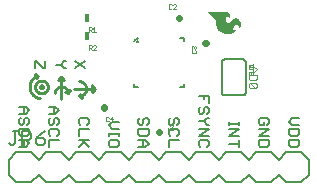
<source format=gbr>
G04 EAGLE Gerber RS-274X export*
G75*
%MOMM*%
%FSLAX34Y34*%
%LPD*%
%INSilkscreen Top*%
%IPPOS*%
%AMOC8*
5,1,8,0,0,1.08239X$1,22.5*%
G01*
%ADD10C,0.254000*%
%ADD11C,0.152400*%
%ADD12C,0.101600*%
%ADD13C,0.558800*%
%ADD14C,0.025400*%
%ADD15R,0.457200X0.762000*%
%ADD16C,0.127000*%
%ADD17C,0.203200*%

G36*
X186846Y125553D02*
X186846Y125553D01*
X186855Y125557D01*
X186867Y125555D01*
X187906Y125762D01*
X187914Y125767D01*
X187925Y125767D01*
X188922Y126125D01*
X188929Y126131D01*
X188940Y126132D01*
X189874Y126634D01*
X189881Y126643D01*
X189893Y126646D01*
X191030Y127553D01*
X191036Y127564D01*
X191049Y127571D01*
X191970Y128697D01*
X191982Y128740D01*
X191998Y128781D01*
X191996Y128786D01*
X191997Y128792D01*
X191976Y128830D01*
X191957Y128870D01*
X191951Y128873D01*
X191949Y128877D01*
X191920Y128885D01*
X191872Y128903D01*
X190992Y128903D01*
X190872Y128919D01*
X190769Y128963D01*
X190429Y129237D01*
X190181Y129598D01*
X190116Y129772D01*
X190058Y130311D01*
X190156Y130840D01*
X190405Y131328D01*
X191056Y132230D01*
X191410Y132642D01*
X191820Y132993D01*
X192278Y133276D01*
X192772Y133482D01*
X193072Y133541D01*
X193375Y133529D01*
X193894Y133372D01*
X194354Y133086D01*
X194724Y132691D01*
X194979Y132210D01*
X195118Y131720D01*
X195175Y131209D01*
X195175Y130606D01*
X195175Y130605D01*
X195184Y130584D01*
X195213Y130515D01*
X195305Y130480D01*
X195315Y130484D01*
X195390Y130518D01*
X195393Y130520D01*
X195394Y130521D01*
X195395Y130522D01*
X195415Y130543D01*
X195418Y130550D01*
X195426Y130554D01*
X195764Y130989D01*
X195768Y131004D01*
X195780Y131016D01*
X196001Y131520D01*
X196001Y131521D01*
X196153Y131877D01*
X196254Y132105D01*
X196255Y132116D01*
X196261Y132125D01*
X196481Y133003D01*
X196480Y133012D01*
X196484Y133022D01*
X196570Y133922D01*
X196566Y133932D01*
X196570Y133944D01*
X196504Y134812D01*
X196498Y134823D01*
X196499Y134836D01*
X196268Y135676D01*
X196260Y135686D01*
X196259Y135699D01*
X195871Y136479D01*
X195863Y136486D01*
X195860Y136497D01*
X195300Y137274D01*
X195293Y137278D01*
X195289Y137287D01*
X194631Y137983D01*
X194620Y137988D01*
X194612Y137999D01*
X194009Y138430D01*
X193994Y138433D01*
X193981Y138445D01*
X193289Y138712D01*
X193273Y138712D01*
X193258Y138720D01*
X192521Y138807D01*
X192506Y138802D01*
X192489Y138806D01*
X191754Y138707D01*
X191741Y138699D01*
X191724Y138699D01*
X191036Y138419D01*
X191027Y138410D01*
X191013Y138407D01*
X189255Y137220D01*
X189250Y137212D01*
X189239Y137208D01*
X187698Y135755D01*
X187263Y135385D01*
X186760Y135145D01*
X186212Y135043D01*
X185656Y135086D01*
X185131Y135272D01*
X184671Y135587D01*
X184306Y136012D01*
X184013Y136555D01*
X183815Y137141D01*
X183718Y137751D01*
X183753Y138462D01*
X183960Y139140D01*
X184325Y139746D01*
X184653Y140059D01*
X185057Y140265D01*
X185473Y140358D01*
X185901Y140358D01*
X186316Y140265D01*
X186454Y140193D01*
X186568Y140075D01*
X187167Y139251D01*
X187238Y139118D01*
X187266Y138980D01*
X187250Y138822D01*
X187264Y138779D01*
X187275Y138734D01*
X187279Y138732D01*
X187280Y138728D01*
X187321Y138708D01*
X187360Y138685D01*
X187364Y138686D01*
X187368Y138684D01*
X187411Y138699D01*
X187455Y138712D01*
X187457Y138715D01*
X187461Y138717D01*
X187480Y138754D01*
X187501Y138790D01*
X187577Y139273D01*
X187576Y139278D01*
X187578Y139283D01*
X187651Y140223D01*
X187648Y140232D01*
X187651Y140243D01*
X187578Y141183D01*
X187573Y141193D01*
X187574Y141205D01*
X187390Y141904D01*
X187382Y141914D01*
X187381Y141928D01*
X187060Y142576D01*
X187051Y142584D01*
X187047Y142598D01*
X186602Y143168D01*
X186591Y143174D01*
X186585Y143186D01*
X186035Y143656D01*
X186023Y143660D01*
X186014Y143671D01*
X185282Y144072D01*
X185269Y144073D01*
X185258Y144082D01*
X184459Y144322D01*
X184446Y144321D01*
X184433Y144327D01*
X183602Y144397D01*
X183596Y144395D01*
X183591Y144397D01*
X168427Y144397D01*
X168422Y144395D01*
X168418Y144397D01*
X168378Y144376D01*
X168336Y144359D01*
X168335Y144354D01*
X168330Y144352D01*
X168317Y144309D01*
X168301Y144267D01*
X168303Y144262D01*
X168301Y144258D01*
X168337Y144188D01*
X168342Y144178D01*
X168343Y144177D01*
X173825Y139305D01*
X174607Y138451D01*
X175196Y137461D01*
X175323Y137110D01*
X175388Y136742D01*
X175388Y134467D01*
X175390Y134462D01*
X175388Y134456D01*
X175512Y133092D01*
X175518Y133082D01*
X175516Y133070D01*
X175884Y131751D01*
X175892Y131743D01*
X175893Y131730D01*
X176493Y130500D01*
X176500Y130493D01*
X176503Y130482D01*
X177320Y129325D01*
X177328Y129320D01*
X177331Y129311D01*
X178303Y128280D01*
X178311Y128276D01*
X178316Y128268D01*
X179423Y127383D01*
X179433Y127381D01*
X179440Y127372D01*
X181121Y126425D01*
X181132Y126424D01*
X181142Y126416D01*
X182966Y125788D01*
X182977Y125789D01*
X182988Y125782D01*
X184895Y125494D01*
X184906Y125497D01*
X184918Y125493D01*
X186846Y125553D01*
G37*
D10*
X43942Y89408D02*
X43942Y70358D01*
X38862Y75438D02*
X38864Y75588D01*
X38870Y75737D01*
X38880Y75886D01*
X38893Y76035D01*
X38911Y76184D01*
X38932Y76332D01*
X38958Y76479D01*
X38987Y76626D01*
X39020Y76772D01*
X39057Y76917D01*
X39097Y77061D01*
X39142Y77204D01*
X39190Y77346D01*
X39242Y77486D01*
X39297Y77625D01*
X39356Y77762D01*
X39419Y77898D01*
X39485Y78033D01*
X39555Y78165D01*
X39628Y78296D01*
X39704Y78424D01*
X39784Y78551D01*
X39867Y78675D01*
X39953Y78797D01*
X40043Y78917D01*
X40136Y79035D01*
X40231Y79150D01*
X40330Y79262D01*
X40431Y79372D01*
X40536Y79479D01*
X40643Y79584D01*
X40753Y79685D01*
X40865Y79784D01*
X40980Y79879D01*
X41098Y79972D01*
X41218Y80062D01*
X41340Y80148D01*
X41464Y80231D01*
X41591Y80311D01*
X41720Y80387D01*
X41850Y80460D01*
X41982Y80530D01*
X42117Y80596D01*
X42253Y80659D01*
X42390Y80718D01*
X42529Y80773D01*
X42669Y80825D01*
X42811Y80873D01*
X42954Y80918D01*
X43098Y80958D01*
X43243Y80995D01*
X43389Y81028D01*
X43536Y81057D01*
X43683Y81083D01*
X43831Y81104D01*
X43980Y81122D01*
X44129Y81135D01*
X44278Y81145D01*
X44427Y81151D01*
X44577Y81153D01*
X44727Y81151D01*
X44876Y81145D01*
X45025Y81135D01*
X45174Y81122D01*
X45323Y81104D01*
X45471Y81083D01*
X45618Y81057D01*
X45765Y81028D01*
X45911Y80995D01*
X46056Y80958D01*
X46200Y80918D01*
X46343Y80873D01*
X46485Y80825D01*
X46625Y80773D01*
X46764Y80718D01*
X46901Y80659D01*
X47037Y80596D01*
X47172Y80530D01*
X47304Y80460D01*
X47435Y80387D01*
X47563Y80311D01*
X47690Y80231D01*
X47814Y80148D01*
X47936Y80062D01*
X48056Y79972D01*
X48174Y79879D01*
X48289Y79784D01*
X48401Y79685D01*
X48511Y79584D01*
X48618Y79479D01*
X48723Y79372D01*
X48824Y79262D01*
X48923Y79150D01*
X49018Y79035D01*
X49111Y78917D01*
X49201Y78797D01*
X49287Y78675D01*
X49370Y78551D01*
X49450Y78424D01*
X49526Y78296D01*
X49599Y78165D01*
X49669Y78033D01*
X49735Y77898D01*
X49798Y77762D01*
X49857Y77625D01*
X49912Y77486D01*
X49964Y77346D01*
X50012Y77204D01*
X50057Y77061D01*
X50097Y76917D01*
X50134Y76772D01*
X50167Y76626D01*
X50196Y76479D01*
X50222Y76332D01*
X50243Y76184D01*
X50261Y76035D01*
X50274Y75886D01*
X50284Y75737D01*
X50290Y75588D01*
X50292Y75438D01*
X51562Y77978D01*
X50292Y75438D02*
X47752Y76708D01*
X41402Y86868D02*
X43942Y89408D01*
X46482Y86868D01*
X55372Y79248D02*
X73152Y79248D01*
X59182Y72898D02*
X59340Y72900D01*
X59499Y72906D01*
X59657Y72916D01*
X59814Y72930D01*
X59972Y72947D01*
X60128Y72969D01*
X60285Y72994D01*
X60440Y73024D01*
X60595Y73057D01*
X60749Y73094D01*
X60902Y73135D01*
X61054Y73180D01*
X61204Y73229D01*
X61354Y73281D01*
X61502Y73337D01*
X61649Y73397D01*
X61794Y73460D01*
X61937Y73527D01*
X62079Y73597D01*
X62219Y73671D01*
X62357Y73749D01*
X62493Y73830D01*
X62627Y73914D01*
X62759Y74001D01*
X62889Y74092D01*
X63016Y74186D01*
X63141Y74283D01*
X63264Y74384D01*
X63384Y74487D01*
X63501Y74593D01*
X63616Y74702D01*
X63728Y74814D01*
X63837Y74929D01*
X63943Y75046D01*
X64046Y75166D01*
X64147Y75289D01*
X64244Y75414D01*
X64338Y75541D01*
X64429Y75671D01*
X64516Y75803D01*
X64600Y75937D01*
X64681Y76073D01*
X64759Y76211D01*
X64833Y76351D01*
X64903Y76493D01*
X64970Y76636D01*
X65033Y76781D01*
X65093Y76928D01*
X65149Y77076D01*
X65201Y77226D01*
X65250Y77376D01*
X65295Y77528D01*
X65336Y77681D01*
X65373Y77835D01*
X65406Y77990D01*
X65436Y78145D01*
X65461Y78302D01*
X65483Y78458D01*
X65500Y78616D01*
X65514Y78773D01*
X65524Y78931D01*
X65530Y79090D01*
X65532Y79248D01*
X65530Y79406D01*
X65524Y79565D01*
X65514Y79723D01*
X65500Y79880D01*
X65483Y80038D01*
X65461Y80194D01*
X65436Y80351D01*
X65406Y80506D01*
X65373Y80661D01*
X65336Y80815D01*
X65295Y80968D01*
X65250Y81120D01*
X65201Y81270D01*
X65149Y81420D01*
X65093Y81568D01*
X65033Y81715D01*
X64970Y81860D01*
X64903Y82003D01*
X64833Y82145D01*
X64759Y82285D01*
X64681Y82423D01*
X64600Y82559D01*
X64516Y82693D01*
X64429Y82825D01*
X64338Y82955D01*
X64244Y83082D01*
X64147Y83207D01*
X64046Y83330D01*
X63943Y83450D01*
X63837Y83567D01*
X63728Y83682D01*
X63616Y83794D01*
X63501Y83903D01*
X63384Y84009D01*
X63264Y84112D01*
X63141Y84213D01*
X63016Y84310D01*
X62889Y84404D01*
X62759Y84495D01*
X62627Y84582D01*
X62493Y84666D01*
X62357Y84747D01*
X62219Y84825D01*
X62079Y84899D01*
X61937Y84969D01*
X61794Y85036D01*
X61649Y85099D01*
X61502Y85159D01*
X61354Y85215D01*
X61204Y85267D01*
X61054Y85316D01*
X60902Y85361D01*
X60749Y85402D01*
X60595Y85439D01*
X60440Y85472D01*
X60285Y85502D01*
X60128Y85527D01*
X59972Y85549D01*
X59814Y85566D01*
X59657Y85580D01*
X59499Y85590D01*
X59340Y85596D01*
X59182Y85598D01*
X59182Y72898D02*
X61722Y71628D01*
X59182Y72898D02*
X60452Y75184D01*
X70612Y81788D02*
X73152Y79248D01*
X70612Y76708D01*
X70358Y76454D02*
X70358Y82042D01*
X60452Y75184D02*
X61722Y71628D01*
X51562Y77978D02*
X47752Y76708D01*
X46482Y86868D02*
X41402Y86868D01*
D11*
X46827Y102616D02*
X48267Y102616D01*
X46827Y102616D02*
X43946Y99735D01*
X46827Y96854D01*
X48267Y96854D01*
X43946Y99735D02*
X39624Y99735D01*
X56134Y96854D02*
X64777Y102616D01*
X64777Y96854D02*
X56134Y102616D01*
X30487Y102616D02*
X30487Y96854D01*
X29047Y96854D01*
X23285Y102616D01*
X21844Y102616D01*
X21844Y96854D01*
X240117Y54356D02*
X245879Y54356D01*
X240117Y54356D02*
X237236Y51475D01*
X240117Y48594D01*
X245879Y48594D01*
X245879Y45001D02*
X237236Y45001D01*
X237236Y40679D01*
X238677Y39239D01*
X244439Y39239D01*
X245879Y40679D01*
X245879Y45001D01*
X245879Y35646D02*
X237236Y35646D01*
X237236Y31324D01*
X238677Y29883D01*
X244439Y29883D01*
X245879Y31324D01*
X245879Y35646D01*
X220225Y50034D02*
X218785Y48594D01*
X220225Y50034D02*
X220225Y52915D01*
X218785Y54356D01*
X213023Y54356D01*
X211582Y52915D01*
X211582Y50034D01*
X213023Y48594D01*
X215904Y48594D01*
X215904Y51475D01*
X220225Y45001D02*
X211582Y45001D01*
X211582Y39239D02*
X220225Y45001D01*
X220225Y39239D02*
X211582Y39239D01*
X211582Y35646D02*
X220225Y35646D01*
X211582Y35646D02*
X211582Y31324D01*
X213023Y29883D01*
X218785Y29883D01*
X220225Y31324D01*
X220225Y35646D01*
X186182Y48173D02*
X186182Y51054D01*
X186182Y49613D02*
X194825Y49613D01*
X194825Y48173D02*
X194825Y51054D01*
X194825Y44817D02*
X186182Y44817D01*
X186182Y39055D02*
X194825Y44817D01*
X194825Y39055D02*
X186182Y39055D01*
X186182Y32581D02*
X194825Y32581D01*
X194825Y35462D02*
X194825Y29700D01*
X169425Y73152D02*
X160782Y73152D01*
X169425Y73152D02*
X169425Y67390D01*
X165104Y70271D02*
X165104Y73152D01*
X169425Y59475D02*
X167985Y58035D01*
X169425Y59475D02*
X169425Y62356D01*
X167985Y63797D01*
X166544Y63797D01*
X165104Y62356D01*
X165104Y59475D01*
X163663Y58035D01*
X162223Y58035D01*
X160782Y59475D01*
X160782Y62356D01*
X162223Y63797D01*
X167985Y54442D02*
X169425Y54442D01*
X167985Y54442D02*
X165104Y51561D01*
X167985Y48679D01*
X169425Y48679D01*
X165104Y51561D02*
X160782Y51561D01*
X160782Y45086D02*
X169425Y45086D01*
X160782Y39324D01*
X169425Y39324D01*
X169425Y31410D02*
X167985Y29969D01*
X169425Y31410D02*
X169425Y34291D01*
X167985Y35731D01*
X162223Y35731D01*
X160782Y34291D01*
X160782Y31410D01*
X162223Y29969D01*
X142585Y48848D02*
X144025Y50288D01*
X144025Y53169D01*
X142585Y54610D01*
X141144Y54610D01*
X139704Y53169D01*
X139704Y50288D01*
X138263Y48848D01*
X136823Y48848D01*
X135382Y50288D01*
X135382Y53169D01*
X136823Y54610D01*
X144025Y40933D02*
X142585Y39493D01*
X144025Y40933D02*
X144025Y43814D01*
X142585Y45255D01*
X136823Y45255D01*
X135382Y43814D01*
X135382Y40933D01*
X136823Y39493D01*
X135382Y35900D02*
X144025Y35900D01*
X135382Y35900D02*
X135382Y30137D01*
X116931Y48594D02*
X118371Y50034D01*
X118371Y52915D01*
X116931Y54356D01*
X115490Y54356D01*
X114050Y52915D01*
X114050Y50034D01*
X112609Y48594D01*
X111169Y48594D01*
X109728Y50034D01*
X109728Y52915D01*
X111169Y54356D01*
X109728Y45001D02*
X118371Y45001D01*
X109728Y45001D02*
X109728Y40679D01*
X111169Y39239D01*
X116931Y39239D01*
X118371Y40679D01*
X118371Y45001D01*
X115490Y35646D02*
X109728Y35646D01*
X115490Y35646D02*
X118371Y32765D01*
X115490Y29883D01*
X109728Y29883D01*
X114050Y29883D02*
X114050Y35646D01*
X67825Y50288D02*
X66385Y48848D01*
X67825Y50288D02*
X67825Y53169D01*
X66385Y54610D01*
X60623Y54610D01*
X59182Y53169D01*
X59182Y50288D01*
X60623Y48848D01*
X59182Y45255D02*
X67825Y45255D01*
X59182Y45255D02*
X59182Y39493D01*
X59182Y35900D02*
X67825Y35900D01*
X62063Y35900D02*
X67825Y30137D01*
X63504Y34459D02*
X59182Y30137D01*
X39544Y63754D02*
X33782Y63754D01*
X39544Y63754D02*
X42425Y60873D01*
X39544Y57992D01*
X33782Y57992D01*
X38104Y57992D02*
X38104Y63754D01*
X42425Y50077D02*
X40985Y48637D01*
X42425Y50077D02*
X42425Y52958D01*
X40985Y54399D01*
X39544Y54399D01*
X38104Y52958D01*
X38104Y50077D01*
X36663Y48637D01*
X35223Y48637D01*
X33782Y50077D01*
X33782Y52958D01*
X35223Y54399D01*
X42425Y40722D02*
X40985Y39281D01*
X42425Y40722D02*
X42425Y43603D01*
X40985Y45044D01*
X35223Y45044D01*
X33782Y43603D01*
X33782Y40722D01*
X35223Y39281D01*
X33782Y35688D02*
X42425Y35688D01*
X33782Y35688D02*
X33782Y29926D01*
X14398Y64008D02*
X8636Y64008D01*
X14398Y64008D02*
X17279Y61127D01*
X14398Y58246D01*
X8636Y58246D01*
X12958Y58246D02*
X12958Y64008D01*
X17279Y50331D02*
X15839Y48891D01*
X17279Y50331D02*
X17279Y53212D01*
X15839Y54653D01*
X14398Y54653D01*
X12958Y53212D01*
X12958Y50331D01*
X11517Y48891D01*
X10077Y48891D01*
X8636Y50331D01*
X8636Y53212D01*
X10077Y54653D01*
X8636Y45298D02*
X17279Y45298D01*
X8636Y45298D02*
X8636Y40976D01*
X10077Y39535D01*
X15839Y39535D01*
X17279Y40976D01*
X17279Y45298D01*
X14398Y35942D02*
X8636Y35942D01*
X14398Y35942D02*
X17279Y33061D01*
X14398Y30180D01*
X8636Y30180D01*
X12958Y30180D02*
X12958Y35942D01*
D12*
X203454Y97790D02*
X207691Y97790D01*
X209809Y95672D01*
X207691Y93553D01*
X203454Y93553D01*
X206632Y93553D02*
X206632Y97790D01*
X209809Y91008D02*
X203454Y91008D01*
X203454Y87830D01*
X204513Y86771D01*
X208750Y86771D01*
X209809Y87830D01*
X209809Y91008D01*
X208750Y84225D02*
X204513Y84225D01*
X208750Y84225D02*
X209809Y83166D01*
X209809Y81047D01*
X208750Y79988D01*
X204513Y79988D01*
X203454Y81047D01*
X203454Y83166D01*
X204513Y84225D01*
X208750Y79988D01*
D11*
X93225Y51308D02*
X87463Y51308D01*
X84582Y48427D01*
X87463Y45546D01*
X93225Y45546D01*
X84582Y41953D02*
X84582Y39072D01*
X84582Y40512D02*
X93225Y40512D01*
X93225Y39072D02*
X93225Y41953D01*
X93225Y34275D02*
X93225Y31394D01*
X93225Y34275D02*
X91785Y35716D01*
X86023Y35716D01*
X84582Y34275D01*
X84582Y31394D01*
X86023Y29954D01*
X91785Y29954D01*
X93225Y31394D01*
D10*
X24638Y90424D02*
X22098Y91694D01*
X24638Y90424D02*
X23368Y88138D01*
X22098Y91694D01*
X24130Y90424D02*
X23903Y90337D01*
X23678Y90246D01*
X23455Y90149D01*
X23234Y90046D01*
X23017Y89938D01*
X22801Y89825D01*
X22589Y89707D01*
X22380Y89583D01*
X22173Y89455D01*
X21970Y89321D01*
X21771Y89183D01*
X21574Y89040D01*
X21381Y88892D01*
X21192Y88739D01*
X21007Y88582D01*
X20825Y88421D01*
X20648Y88255D01*
X20474Y88084D01*
X20305Y87910D01*
X20140Y87731D01*
X19979Y87549D01*
X19823Y87363D01*
X19672Y87173D01*
X19525Y86979D01*
X19383Y86782D01*
X19246Y86581D01*
X19113Y86377D01*
X18986Y86170D01*
X18864Y85960D01*
X18747Y85747D01*
X18635Y85531D01*
X18528Y85313D01*
X18427Y85092D01*
X18331Y84869D01*
X18241Y84643D01*
X18156Y84415D01*
X18077Y84185D01*
X18003Y83954D01*
X17935Y83720D01*
X17873Y83486D01*
X17816Y83249D01*
X17765Y83011D01*
X17720Y82773D01*
X17681Y82533D01*
X17648Y82292D01*
X17620Y82051D01*
X17598Y81808D01*
X17583Y81566D01*
X17573Y81323D01*
X17569Y81080D01*
X17571Y80837D01*
X17579Y80594D01*
X17593Y80351D01*
X17613Y80109D01*
X17638Y79867D01*
X17670Y79626D01*
X17707Y79386D01*
X17750Y79147D01*
X17799Y78909D01*
X17854Y78672D01*
X17915Y78437D01*
X17981Y78203D01*
X18053Y77971D01*
X18130Y77740D01*
X18214Y77512D01*
X18302Y77286D01*
X18396Y77062D01*
X18496Y76840D01*
X18601Y76621D01*
X18711Y76404D01*
X18827Y76190D01*
X18947Y75979D01*
X19073Y75771D01*
X19204Y75566D01*
X19339Y75365D01*
X19480Y75166D01*
X19625Y74972D01*
X19775Y74780D01*
X19930Y74593D01*
X20089Y74409D01*
X20253Y74230D01*
X20421Y74054D01*
X20593Y73882D01*
X20769Y73715D01*
X20950Y73552D01*
X21134Y73393D01*
X21322Y73239D01*
X21513Y73090D01*
X21709Y72945D01*
X21907Y72805D01*
X22110Y72670D01*
X22315Y72540D01*
X22523Y72415D01*
X22735Y72295D01*
X22949Y72180D01*
X23166Y72071D01*
X23386Y71967D01*
X23608Y71868D01*
X23832Y71775D01*
X24059Y71687D01*
X24287Y71604D01*
X24518Y71528D01*
X24750Y71456D01*
X24984Y71391D01*
X25220Y71331D01*
X25457Y71277D01*
X25695Y71229D01*
X25935Y71187D01*
X26175Y71150D01*
X26416Y71119D01*
X26416Y80772D02*
X26418Y80843D01*
X26424Y80914D01*
X26434Y80985D01*
X26448Y81055D01*
X26466Y81124D01*
X26487Y81191D01*
X26513Y81258D01*
X26542Y81323D01*
X26574Y81386D01*
X26611Y81448D01*
X26650Y81507D01*
X26693Y81564D01*
X26739Y81618D01*
X26788Y81670D01*
X26840Y81719D01*
X26894Y81765D01*
X26951Y81808D01*
X27010Y81847D01*
X27072Y81884D01*
X27135Y81916D01*
X27200Y81945D01*
X27267Y81971D01*
X27334Y81992D01*
X27403Y82010D01*
X27473Y82024D01*
X27544Y82034D01*
X27615Y82040D01*
X27686Y82042D01*
X27757Y82040D01*
X27828Y82034D01*
X27899Y82024D01*
X27969Y82010D01*
X28038Y81992D01*
X28105Y81971D01*
X28172Y81945D01*
X28237Y81916D01*
X28300Y81884D01*
X28362Y81847D01*
X28421Y81808D01*
X28478Y81765D01*
X28532Y81719D01*
X28584Y81670D01*
X28633Y81618D01*
X28679Y81564D01*
X28722Y81507D01*
X28761Y81448D01*
X28798Y81386D01*
X28830Y81323D01*
X28859Y81258D01*
X28885Y81191D01*
X28906Y81124D01*
X28924Y81055D01*
X28938Y80985D01*
X28948Y80914D01*
X28954Y80843D01*
X28956Y80772D01*
X28954Y80701D01*
X28948Y80630D01*
X28938Y80559D01*
X28924Y80489D01*
X28906Y80420D01*
X28885Y80353D01*
X28859Y80286D01*
X28830Y80221D01*
X28798Y80158D01*
X28761Y80096D01*
X28722Y80037D01*
X28679Y79980D01*
X28633Y79926D01*
X28584Y79874D01*
X28532Y79825D01*
X28478Y79779D01*
X28421Y79736D01*
X28362Y79697D01*
X28300Y79660D01*
X28237Y79628D01*
X28172Y79599D01*
X28105Y79573D01*
X28038Y79552D01*
X27969Y79534D01*
X27899Y79520D01*
X27828Y79510D01*
X27757Y79504D01*
X27686Y79502D01*
X27615Y79504D01*
X27544Y79510D01*
X27473Y79520D01*
X27403Y79534D01*
X27334Y79552D01*
X27267Y79573D01*
X27200Y79599D01*
X27135Y79628D01*
X27072Y79660D01*
X27010Y79697D01*
X26951Y79736D01*
X26894Y79779D01*
X26840Y79825D01*
X26788Y79874D01*
X26739Y79926D01*
X26693Y79980D01*
X26650Y80037D01*
X26611Y80096D01*
X26574Y80158D01*
X26542Y80221D01*
X26513Y80286D01*
X26487Y80353D01*
X26466Y80420D01*
X26448Y80489D01*
X26434Y80559D01*
X26424Y80630D01*
X26418Y80701D01*
X26416Y80772D01*
X22352Y80772D02*
X22354Y80918D01*
X22360Y81063D01*
X22370Y81209D01*
X22384Y81354D01*
X22402Y81498D01*
X22423Y81642D01*
X22449Y81786D01*
X22479Y81928D01*
X22512Y82070D01*
X22550Y82211D01*
X22591Y82351D01*
X22636Y82489D01*
X22685Y82627D01*
X22737Y82763D01*
X22794Y82897D01*
X22853Y83030D01*
X22917Y83161D01*
X22984Y83290D01*
X23055Y83418D01*
X23129Y83543D01*
X23206Y83667D01*
X23287Y83788D01*
X23371Y83907D01*
X23458Y84024D01*
X23548Y84138D01*
X23642Y84250D01*
X23738Y84359D01*
X23838Y84466D01*
X23940Y84569D01*
X24045Y84670D01*
X24153Y84768D01*
X24264Y84863D01*
X24377Y84955D01*
X24492Y85044D01*
X24610Y85130D01*
X24730Y85212D01*
X24853Y85291D01*
X24977Y85367D01*
X25104Y85439D01*
X25232Y85508D01*
X25362Y85573D01*
X25494Y85635D01*
X25628Y85693D01*
X25763Y85747D01*
X25900Y85798D01*
X26038Y85845D01*
X26177Y85888D01*
X26317Y85927D01*
X26459Y85963D01*
X26601Y85994D01*
X26744Y86022D01*
X26888Y86046D01*
X27032Y86066D01*
X27177Y86082D01*
X27322Y86094D01*
X27467Y86102D01*
X27613Y86106D01*
X27759Y86106D01*
X27905Y86102D01*
X28050Y86094D01*
X28195Y86082D01*
X28340Y86066D01*
X28484Y86046D01*
X28628Y86022D01*
X28771Y85994D01*
X28913Y85963D01*
X29055Y85927D01*
X29195Y85888D01*
X29334Y85845D01*
X29472Y85798D01*
X29609Y85747D01*
X29744Y85693D01*
X29878Y85635D01*
X30010Y85573D01*
X30140Y85508D01*
X30268Y85439D01*
X30395Y85367D01*
X30519Y85291D01*
X30642Y85212D01*
X30762Y85130D01*
X30880Y85044D01*
X30995Y84955D01*
X31108Y84863D01*
X31219Y84768D01*
X31327Y84670D01*
X31432Y84569D01*
X31534Y84466D01*
X31634Y84359D01*
X31730Y84250D01*
X31824Y84138D01*
X31914Y84024D01*
X32001Y83907D01*
X32085Y83788D01*
X32166Y83667D01*
X32243Y83543D01*
X32317Y83418D01*
X32388Y83290D01*
X32455Y83161D01*
X32519Y83030D01*
X32578Y82897D01*
X32635Y82763D01*
X32687Y82627D01*
X32736Y82489D01*
X32781Y82351D01*
X32822Y82211D01*
X32860Y82070D01*
X32893Y81928D01*
X32923Y81786D01*
X32949Y81642D01*
X32970Y81498D01*
X32988Y81354D01*
X33002Y81209D01*
X33012Y81063D01*
X33018Y80918D01*
X33020Y80772D01*
X33018Y80626D01*
X33012Y80481D01*
X33002Y80335D01*
X32988Y80190D01*
X32970Y80046D01*
X32949Y79902D01*
X32923Y79758D01*
X32893Y79616D01*
X32860Y79474D01*
X32822Y79333D01*
X32781Y79193D01*
X32736Y79055D01*
X32687Y78917D01*
X32635Y78781D01*
X32578Y78647D01*
X32519Y78514D01*
X32455Y78383D01*
X32388Y78254D01*
X32317Y78126D01*
X32243Y78001D01*
X32166Y77877D01*
X32085Y77756D01*
X32001Y77637D01*
X31914Y77520D01*
X31824Y77406D01*
X31730Y77294D01*
X31634Y77185D01*
X31534Y77078D01*
X31432Y76975D01*
X31327Y76874D01*
X31219Y76776D01*
X31108Y76681D01*
X30995Y76589D01*
X30880Y76500D01*
X30762Y76414D01*
X30642Y76332D01*
X30519Y76253D01*
X30395Y76177D01*
X30268Y76105D01*
X30140Y76036D01*
X30010Y75971D01*
X29878Y75909D01*
X29744Y75851D01*
X29609Y75797D01*
X29472Y75746D01*
X29334Y75699D01*
X29195Y75656D01*
X29055Y75617D01*
X28913Y75581D01*
X28771Y75550D01*
X28628Y75522D01*
X28484Y75498D01*
X28340Y75478D01*
X28195Y75462D01*
X28050Y75450D01*
X27905Y75442D01*
X27759Y75438D01*
X27613Y75438D01*
X27467Y75442D01*
X27322Y75450D01*
X27177Y75462D01*
X27032Y75478D01*
X26888Y75498D01*
X26744Y75522D01*
X26601Y75550D01*
X26459Y75581D01*
X26317Y75617D01*
X26177Y75656D01*
X26038Y75699D01*
X25900Y75746D01*
X25763Y75797D01*
X25628Y75851D01*
X25494Y75909D01*
X25362Y75971D01*
X25232Y76036D01*
X25104Y76105D01*
X24977Y76177D01*
X24853Y76253D01*
X24730Y76332D01*
X24610Y76414D01*
X24492Y76500D01*
X24377Y76589D01*
X24264Y76681D01*
X24153Y76776D01*
X24045Y76874D01*
X23940Y76975D01*
X23838Y77078D01*
X23738Y77185D01*
X23642Y77294D01*
X23548Y77406D01*
X23458Y77520D01*
X23371Y77637D01*
X23287Y77756D01*
X23206Y77877D01*
X23129Y78001D01*
X23055Y78126D01*
X22984Y78254D01*
X22917Y78383D01*
X22853Y78514D01*
X22794Y78647D01*
X22737Y78781D01*
X22685Y78917D01*
X22636Y79055D01*
X22591Y79193D01*
X22550Y79333D01*
X22512Y79474D01*
X22479Y79616D01*
X22449Y79758D01*
X22423Y79902D01*
X22402Y80046D01*
X22384Y80190D01*
X22370Y80335D01*
X22360Y80481D01*
X22354Y80626D01*
X22352Y80772D01*
D13*
X126949Y42418D02*
X127559Y42418D01*
D14*
X134998Y45857D02*
X135633Y46493D01*
X134998Y45857D02*
X134998Y44586D01*
X135633Y43951D01*
X138175Y43951D01*
X138811Y44586D01*
X138811Y45857D01*
X138175Y46493D01*
X136269Y47693D02*
X134998Y48964D01*
X138811Y48964D01*
X138811Y47693D02*
X138811Y50235D01*
D13*
X144018Y138887D02*
X144018Y139497D01*
D14*
X137797Y150117D02*
X137162Y150752D01*
X135891Y150752D01*
X135255Y150117D01*
X135255Y147575D01*
X135891Y146939D01*
X137162Y146939D01*
X137797Y147575D01*
X138997Y146939D02*
X141539Y146939D01*
X138997Y146939D02*
X141539Y149481D01*
X141539Y150117D01*
X140904Y150752D01*
X139633Y150752D01*
X138997Y150117D01*
D13*
X166065Y117856D02*
X166675Y117856D01*
D14*
X155445Y111635D02*
X154810Y111000D01*
X154810Y109729D01*
X155445Y109093D01*
X157987Y109093D01*
X158623Y109729D01*
X158623Y111000D01*
X157987Y111635D01*
X155445Y112835D02*
X154810Y113471D01*
X154810Y114742D01*
X155445Y115377D01*
X156081Y115377D01*
X156716Y114742D01*
X156716Y114106D01*
X156716Y114742D02*
X157352Y115377D01*
X157987Y115377D01*
X158623Y114742D01*
X158623Y113471D01*
X157987Y112835D01*
D13*
X80518Y63551D02*
X80518Y62941D01*
D14*
X83957Y55502D02*
X84593Y54867D01*
X83957Y55502D02*
X82686Y55502D01*
X82051Y54867D01*
X82051Y52325D01*
X82686Y51689D01*
X83957Y51689D01*
X84593Y52325D01*
X87700Y51689D02*
X87700Y55502D01*
X85793Y53596D01*
X88335Y53596D01*
D15*
X66040Y139192D03*
D14*
X67573Y131448D02*
X67573Y127635D01*
X67573Y131448D02*
X69479Y131448D01*
X70115Y130813D01*
X70115Y129542D01*
X69479Y128906D01*
X67573Y128906D01*
X68844Y128906D02*
X70115Y127635D01*
X71315Y130177D02*
X72586Y131448D01*
X72586Y127635D01*
X71315Y127635D02*
X73857Y127635D01*
D15*
X66040Y123952D03*
D14*
X67573Y116208D02*
X67573Y112395D01*
X67573Y116208D02*
X69479Y116208D01*
X70115Y115573D01*
X70115Y114302D01*
X69479Y113666D01*
X67573Y113666D01*
X68844Y113666D02*
X70115Y112395D01*
X71315Y112395D02*
X73857Y112395D01*
X71315Y112395D02*
X73857Y114937D01*
X73857Y115573D01*
X73222Y116208D01*
X71950Y116208D01*
X71315Y115573D01*
D16*
X145000Y122600D02*
X148000Y122600D01*
X148000Y119600D01*
X148000Y80600D02*
X145000Y80600D01*
X148000Y80600D02*
X148000Y83600D01*
X109000Y80600D02*
X106000Y80600D01*
X106000Y83600D01*
X106000Y119600D02*
X109000Y122600D01*
X108568Y119400D02*
X108570Y119450D01*
X108576Y119499D01*
X108585Y119548D01*
X108599Y119595D01*
X108616Y119642D01*
X108637Y119687D01*
X108661Y119730D01*
X108689Y119771D01*
X108719Y119810D01*
X108753Y119847D01*
X108790Y119881D01*
X108829Y119911D01*
X108870Y119939D01*
X108913Y119963D01*
X108958Y119984D01*
X109005Y120001D01*
X109052Y120015D01*
X109101Y120024D01*
X109150Y120030D01*
X109200Y120032D01*
X109250Y120030D01*
X109299Y120024D01*
X109348Y120015D01*
X109395Y120001D01*
X109442Y119984D01*
X109487Y119963D01*
X109530Y119939D01*
X109571Y119911D01*
X109610Y119881D01*
X109647Y119847D01*
X109681Y119810D01*
X109711Y119771D01*
X109739Y119730D01*
X109763Y119687D01*
X109784Y119642D01*
X109801Y119595D01*
X109815Y119548D01*
X109824Y119499D01*
X109830Y119450D01*
X109832Y119400D01*
X109830Y119350D01*
X109824Y119301D01*
X109815Y119252D01*
X109801Y119205D01*
X109784Y119158D01*
X109763Y119113D01*
X109739Y119070D01*
X109711Y119029D01*
X109681Y118990D01*
X109647Y118953D01*
X109610Y118919D01*
X109571Y118889D01*
X109530Y118861D01*
X109487Y118837D01*
X109442Y118816D01*
X109395Y118799D01*
X109348Y118785D01*
X109299Y118776D01*
X109250Y118770D01*
X109200Y118768D01*
X109150Y118770D01*
X109101Y118776D01*
X109052Y118785D01*
X109005Y118799D01*
X108958Y118816D01*
X108913Y118837D01*
X108870Y118861D01*
X108829Y118889D01*
X108790Y118919D01*
X108753Y118953D01*
X108719Y118990D01*
X108689Y119029D01*
X108661Y119070D01*
X108637Y119113D01*
X108616Y119158D01*
X108599Y119205D01*
X108585Y119252D01*
X108576Y119301D01*
X108570Y119350D01*
X108568Y119400D01*
D11*
X180340Y101600D02*
X180340Y76200D01*
X198120Y73660D02*
X198220Y73662D01*
X198319Y73668D01*
X198419Y73678D01*
X198517Y73691D01*
X198616Y73709D01*
X198713Y73730D01*
X198809Y73755D01*
X198905Y73784D01*
X198999Y73817D01*
X199092Y73853D01*
X199183Y73893D01*
X199273Y73937D01*
X199361Y73984D01*
X199447Y74034D01*
X199531Y74088D01*
X199613Y74145D01*
X199692Y74205D01*
X199770Y74269D01*
X199844Y74335D01*
X199916Y74404D01*
X199985Y74476D01*
X200051Y74550D01*
X200115Y74628D01*
X200175Y74707D01*
X200232Y74789D01*
X200286Y74873D01*
X200336Y74959D01*
X200383Y75047D01*
X200427Y75137D01*
X200467Y75228D01*
X200503Y75321D01*
X200536Y75415D01*
X200565Y75511D01*
X200590Y75607D01*
X200611Y75704D01*
X200629Y75803D01*
X200642Y75901D01*
X200652Y76001D01*
X200658Y76100D01*
X200660Y76200D01*
X200660Y101600D02*
X200658Y101700D01*
X200652Y101799D01*
X200642Y101899D01*
X200629Y101997D01*
X200611Y102096D01*
X200590Y102193D01*
X200565Y102289D01*
X200536Y102385D01*
X200503Y102479D01*
X200467Y102572D01*
X200427Y102663D01*
X200383Y102753D01*
X200336Y102841D01*
X200286Y102927D01*
X200232Y103011D01*
X200175Y103093D01*
X200115Y103172D01*
X200051Y103250D01*
X199985Y103324D01*
X199916Y103396D01*
X199844Y103465D01*
X199770Y103531D01*
X199692Y103595D01*
X199613Y103655D01*
X199531Y103712D01*
X199447Y103766D01*
X199361Y103816D01*
X199273Y103863D01*
X199183Y103907D01*
X199092Y103947D01*
X198999Y103983D01*
X198905Y104016D01*
X198809Y104045D01*
X198713Y104070D01*
X198616Y104091D01*
X198517Y104109D01*
X198419Y104122D01*
X198319Y104132D01*
X198220Y104138D01*
X198120Y104140D01*
X182880Y104140D02*
X182780Y104138D01*
X182681Y104132D01*
X182581Y104122D01*
X182483Y104109D01*
X182384Y104091D01*
X182287Y104070D01*
X182191Y104045D01*
X182095Y104016D01*
X182001Y103983D01*
X181908Y103947D01*
X181817Y103907D01*
X181727Y103863D01*
X181639Y103816D01*
X181553Y103766D01*
X181469Y103712D01*
X181387Y103655D01*
X181308Y103595D01*
X181230Y103531D01*
X181156Y103465D01*
X181084Y103396D01*
X181015Y103324D01*
X180949Y103250D01*
X180885Y103172D01*
X180825Y103093D01*
X180768Y103011D01*
X180714Y102927D01*
X180664Y102841D01*
X180617Y102753D01*
X180573Y102663D01*
X180533Y102572D01*
X180497Y102479D01*
X180464Y102385D01*
X180435Y102289D01*
X180410Y102193D01*
X180389Y102096D01*
X180371Y101997D01*
X180358Y101899D01*
X180348Y101799D01*
X180342Y101700D01*
X180340Y101600D01*
X180340Y76200D02*
X180342Y76100D01*
X180348Y76001D01*
X180358Y75901D01*
X180371Y75803D01*
X180389Y75704D01*
X180410Y75607D01*
X180435Y75511D01*
X180464Y75415D01*
X180497Y75321D01*
X180533Y75228D01*
X180573Y75137D01*
X180617Y75047D01*
X180664Y74959D01*
X180714Y74873D01*
X180768Y74789D01*
X180825Y74707D01*
X180885Y74628D01*
X180949Y74550D01*
X181015Y74476D01*
X181084Y74404D01*
X181156Y74335D01*
X181230Y74269D01*
X181308Y74205D01*
X181387Y74145D01*
X181469Y74088D01*
X181553Y74034D01*
X181639Y73984D01*
X181727Y73937D01*
X181817Y73893D01*
X181908Y73853D01*
X182001Y73817D01*
X182095Y73784D01*
X182191Y73755D01*
X182287Y73730D01*
X182384Y73709D01*
X182483Y73691D01*
X182581Y73678D01*
X182681Y73668D01*
X182780Y73662D01*
X182880Y73660D01*
X198120Y73660D01*
X198120Y104140D02*
X182880Y104140D01*
X200660Y101600D02*
X200660Y76200D01*
D14*
X203324Y92407D02*
X203959Y93043D01*
X203324Y92407D02*
X203324Y91136D01*
X203959Y90501D01*
X204595Y90501D01*
X205230Y91136D01*
X205230Y92407D01*
X205866Y93043D01*
X206501Y93043D01*
X207137Y92407D01*
X207137Y91136D01*
X206501Y90501D01*
X206501Y94243D02*
X207137Y94878D01*
X207137Y95514D01*
X206501Y96149D01*
X203324Y96149D01*
X203324Y95514D02*
X203324Y96785D01*
X204595Y97985D02*
X203324Y99256D01*
X207137Y99256D01*
X207137Y97985D02*
X207137Y100527D01*
D17*
X171450Y25400D02*
X158750Y25400D01*
X171450Y25400D02*
X177800Y19050D01*
X177800Y6350D02*
X171450Y0D01*
X133350Y25400D02*
X127000Y19050D01*
X133350Y25400D02*
X146050Y25400D01*
X152400Y19050D01*
X152400Y6350D02*
X146050Y0D01*
X133350Y0D01*
X127000Y6350D01*
X152400Y19050D02*
X158750Y25400D01*
X152400Y6350D02*
X158750Y0D01*
X171450Y0D01*
X95250Y25400D02*
X82550Y25400D01*
X95250Y25400D02*
X101600Y19050D01*
X101600Y6350D02*
X95250Y0D01*
X101600Y19050D02*
X107950Y25400D01*
X120650Y25400D01*
X127000Y19050D01*
X127000Y6350D02*
X120650Y0D01*
X107950Y0D01*
X101600Y6350D01*
X57150Y25400D02*
X50800Y19050D01*
X57150Y25400D02*
X69850Y25400D01*
X76200Y19050D01*
X76200Y6350D02*
X69850Y0D01*
X57150Y0D01*
X50800Y6350D01*
X76200Y19050D02*
X82550Y25400D01*
X76200Y6350D02*
X82550Y0D01*
X95250Y0D01*
X19050Y25400D02*
X6350Y25400D01*
X19050Y25400D02*
X25400Y19050D01*
X25400Y6350D02*
X19050Y0D01*
X25400Y19050D02*
X31750Y25400D01*
X44450Y25400D01*
X50800Y19050D01*
X50800Y6350D02*
X44450Y0D01*
X31750Y0D01*
X25400Y6350D01*
X0Y6350D02*
X0Y19050D01*
X6350Y25400D01*
X0Y6350D02*
X6350Y0D01*
X19050Y0D01*
X184150Y25400D02*
X196850Y25400D01*
X203200Y19050D01*
X203200Y6350D02*
X196850Y0D01*
X177800Y19050D02*
X184150Y25400D01*
X177800Y6350D02*
X184150Y0D01*
X196850Y0D01*
X209550Y25400D02*
X222250Y25400D01*
X228600Y19050D01*
X228600Y6350D02*
X222250Y0D01*
X203200Y19050D02*
X209550Y25400D01*
X203200Y6350D02*
X209550Y0D01*
X222250Y0D01*
X234950Y25400D02*
X247650Y25400D01*
X254000Y19050D01*
X254000Y6350D01*
X247650Y0D01*
X228600Y19050D02*
X234950Y25400D01*
X228600Y6350D02*
X234950Y0D01*
X247650Y0D01*
D16*
X1780Y31623D02*
X-127Y33530D01*
X1780Y31623D02*
X3686Y31623D01*
X5593Y33530D01*
X5593Y43063D01*
X3686Y43063D02*
X7500Y43063D01*
X11567Y43063D02*
X11567Y31623D01*
X11567Y43063D02*
X17287Y43063D01*
X19193Y41156D01*
X19193Y37343D01*
X17287Y35436D01*
X11567Y35436D01*
X27074Y41156D02*
X30887Y43063D01*
X27074Y41156D02*
X23261Y37343D01*
X23261Y33530D01*
X25168Y31623D01*
X28981Y31623D01*
X30887Y33530D01*
X30887Y35436D01*
X28981Y37343D01*
X23261Y37343D01*
M02*

</source>
